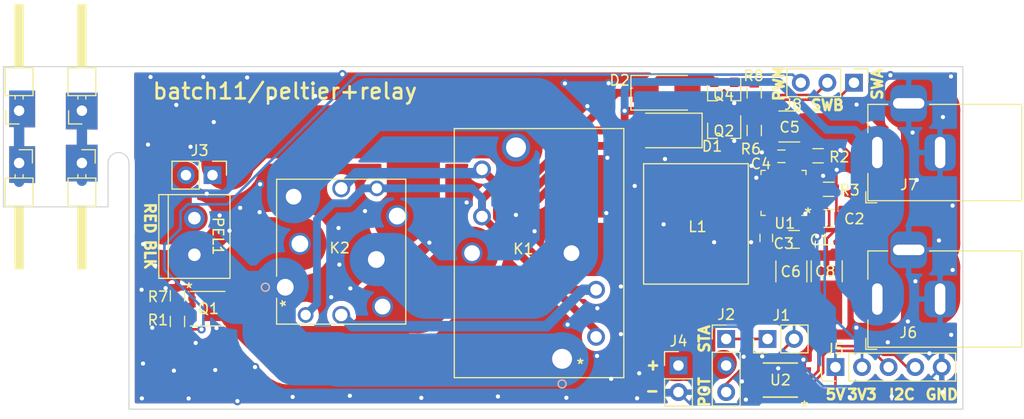
<source format=kicad_pcb>
(kicad_pcb (version 20171130) (host pcbnew "(5.1.6-0-10_14)")
  (layers (0 F.Cu signal) (31 B.Cu signal) (34 B.Paste user) (35 F.Paste user) (36 B.SilkS user) (37 F.SilkS user) (38 B.Mask user) (39 F.Mask user) (44 Edge.Cuts user))
  (net 0 "")
  (net 1 /PEL1)
  (net 2 12V)
  (net 3 /PEL3)
  (net 4 /PEL_BLK)
  (net 5 /PEL_RED)
  (net 6 "Net-(J1-Pad1)")
  (net 7 REG_OUT)
  (net 8 /POT_RES_A)
  (net 9 GND)
  (net 10 I2C_SDA)
  (net 11 I2C_SCL)
  (net 12 5V)
  (net 13 /PEL2)
  (net 14 "Net-(Q1-Pad4)")
  (net 15 "Net-(Q2-Pad1)")
  (net 16 "Net-(Q4-Pad1)")
  (net 17 PEL_PWM)
  (net 18 PEL_SWA)
  (net 19 PEL_SWB)
  (net 20 "Net-(R2-Pad2)")
  (net 21 "Net-(C3-Pad1)")
  (net 22 "Net-(C2-Pad1)")
  (net 23 /con1)
  (net 24 /con2)
  (net 25 "Net-(J3-Pad2)")
  (net 26 REG_LX)
  (net 27 REG_FB)
  (net 28 REG_EN)
  (net 29 "Net-(U1-Pad1)")
  (net 30 "Net-(U2-Pad7)")
  (module Pin_Headers:Pin_Header_Straight_1x05_Pitch2.54mm (layer F.Cu) (at 166 110.5 90)
    (fp_text reference J5 (at 1.72 -0.05 180) (layer F.SilkS))
    (fp_text value Conn_01x05_Male)
    (pad 5 thru_hole oval (at 0 10.16 90) (size 1.7 1.7) (drill 1) (layers *.Cu *.Mask) (net 9 GND))
    (pad 4 thru_hole oval (at 0 7.62 90) (size 1.7 1.7) (drill 1) (layers *.Cu *.Mask) (net 10 I2C_SDA))
    (pad 3 thru_hole oval (at 0 5.08 90) (size 1.7 1.7) (drill 1) (layers *.Cu *.Mask) (net 11 I2C_SCL))
    (pad 2 thru_hole oval (at 0 2.54 90) (size 1.7 1.7) (drill 1) (layers *.Cu *.Mask) (net 28 REG_EN))
    (pad 1 thru_hole rect (at 0 0 90) (size 1.7 1.7) (drill 1) (layers *.Cu *.Mask) (net 12 5V))
  )
  (module Diodes_SMD:D_SMA (layer F.Cu) (at 149.86 87.89 180)
    (fp_text reference D1 (at -4.35 -1.51) (layer F.SilkS))
    (fp_text value DIODE)
    (pad 1 smd rect (at -2 0 180) (size 2.5 1.8) (layers F.Cu F.Paste F.Mask) (net 1 /PEL1))
    (pad 2 smd rect (at 2 0 180) (size 2.5 1.8) (layers F.Cu F.Paste F.Mask) (net 2 12V))
  )
  (module Diodes_SMD:D_SMA (layer F.Cu) (at 149.86 84.29)
    (fp_text reference D2 (at -4.48 -1.19) (layer F.SilkS))
    (fp_text value DIODE)
    (pad 2 smd rect (at 2 0) (size 2.5 1.8) (layers F.Cu F.Paste F.Mask) (net 2 12V))
    (pad 1 smd rect (at -2 0) (size 2.5 1.8) (layers F.Cu F.Paste F.Mask) (net 3 /PEL3))
  )
  (module Ninja-qPCR:TB_SeeedOPL_320110028 (layer F.Cu) (at 104.75 96.27 270)
    (fp_text reference PEL1 (at 1.71 -2.25 270 unlocked) (layer F.SilkS))
    (fp_text value Screw_Terminal_01x02)
    (pad 2 thru_hole circle (at 3.5 0 270) (size 2 2) (drill 1.2) (layers *.Cu *.Mask) (net 4 /PEL_BLK))
    (pad 1 thru_hole circle (at 0 0 270) (size 2 2) (drill 1.2) (layers *.Cu *.Mask) (net 25 "Net-(J3-Pad2)"))
  )
  (module Pin_Headers:Pin_Header_Straight_1x02_Pitch2.54mm (layer F.Cu) (at 159.51 107.81 90)
    (fp_text reference J1 (at 2.26 1.33 180) (layer F.SilkS))
    (fp_text value Conn_01x02_Female)
    (pad 2 thru_hole oval (at 0 2.54 90) (size 1.7 1.7) (drill 1) (layers *.Cu *.Mask) (net 27 REG_FB))
    (pad 1 thru_hole rect (at 0 0 90) (size 1.7 1.7) (drill 1) (layers *.Cu *.Mask) (net 6 "Net-(J1-Pad1)"))
  )
  (module Pin_Headers:Pin_Header_Straight_1x03_Pitch2.54mm (layer F.Cu) (at 155.56 107.81)
    (fp_text reference J2 (at 0 -2.33) (layer F.SilkS))
    (fp_text value Conn_01x03_Male)
    (pad 3 thru_hole oval (at 0 5.08) (size 1.7 1.7) (drill 1) (layers *.Cu *.Mask) (net 8 /POT_RES_A))
    (pad 2 thru_hole oval (at 0 2.54) (size 1.7 1.7) (drill 1) (layers *.Cu *.Mask) (net 7 REG_OUT))
    (pad 1 thru_hole rect (at 0 0) (size 1.7 1.7) (drill 1) (layers *.Cu *.Mask) (net 6 "Net-(J1-Pad1)"))
  )
  (module Connector_BarrelJack:BarrelJack_Horizontal (layer F.Cu) (at 170 104 180)
    (fp_text reference J6 (at -2.96 -3.21) (layer F.SilkS))
    (fp_text value Barrel_Jack_Switch)
    (pad 1 thru_hole rect (at 0 0 180) (size 3.5 3.5) (drill oval 1 3) (layers *.Cu *.Mask) (net 2 12V))
    (pad 2 thru_hole roundrect (at -6 0 180) (size 3 3.5) (drill oval 1 3) (layers *.Cu *.Mask) (net 9 GND))
    (pad 3 thru_hole roundrect (at -3 4.7 180) (size 3.5 3.5) (drill oval 3 1) (layers *.Cu *.Mask) (net 9 GND))
  )
  (module Connector_BarrelJack:BarrelJack_Horizontal (layer F.Cu) (at 170 90 180)
    (fp_text reference J7 (at -3.03 -3.08) (layer F.SilkS))
    (fp_text value Barrel_Jack_Switch)
    (pad 3 thru_hole roundrect (at -3 4.7 180) (size 3.5 3.5) (drill oval 3 1) (layers *.Cu *.Mask) (net 9 GND))
    (pad 2 thru_hole roundrect (at -6 0 180) (size 3 3.5) (drill oval 1 3) (layers *.Cu *.Mask) (net 9 GND))
    (pad 1 thru_hole rect (at 0 0 180) (size 3.5 3.5) (drill oval 1 3) (layers *.Cu *.Mask) (net 2 12V))
  )
  (module Ninja-qPCR:EP2-3L3SAb (layer F.Cu) (at 139.88 109.71 90)
    (fp_text reference K1 (at 10.5 -3.7) (layer F.SilkS))
    (fp_text value EP2-3L3SAb hide)
    (fp_text user * (at -0.55 1.75) (layer F.SilkS))
    (pad 1 thru_hole circle (at 0 0 180) (size 2.7 2.7) (drill 1.9) (layers *.Cu *.Mask) (net 4 /PEL_BLK))
    (pad 2 thru_hole circle (at 2.1 3.25 180) (size 1.7 1.7) (drill 1.1) (layers *.Cu *.Mask) (net 2 12V))
    (pad 3 thru_hole circle (at 6.6 3.25 180) (size 1.7 1.7) (drill 1.1) (layers *.Cu *.Mask) (net 1 /PEL1))
    (pad 4 thru_hole circle (at 10.1 0.9 180) (size 2 2) (drill 1.5) (layers *.Cu *.Mask) (net 7 REG_OUT))
    (pad 8 thru_hole circle (at 20.2 -4.4 180) (size 2.7 2.7) (drill 1.9) (layers *.Cu *.Mask) (net 5 /PEL_RED))
    (pad 7 thru_hole circle (at 18.1 -7.65 180) (size 1.7 1.7) (drill 1.1) (layers *.Cu *.Mask) (net 3 /PEL3))
    (pad 6 thru_hole circle (at 13.6 -7.65 180) (size 1.7 1.7) (drill 1.1) (layers *.Cu *.Mask) (net 2 12V))
    (pad 5 thru_hole circle (at 10.1 -8.6 180) (size 2 2) (drill 1.5) (layers *.Cu *.Mask) (net 13 /PEL2))
  )
  (module Ninja-qPCR:EX2-2U1S (layer F.Cu) (at 113.43 102.87 90)
    (fp_text reference K2 (at 3.75 5.2 180) (layer F.SilkS))
    (fp_text value EX2-2U1S hide)
    (fp_text user * (at -1.55 0.1 90) (layer F.SilkS))
    (pad 10 thru_hole circle (at 4.15 1.4 90) (size 2.1082 2.1082) (drill 1.6002) (layers *.Cu *.Mask) (net 13 /PEL2))
    (pad 9 thru_hole circle (at 8.65 0.8 90) (size 2.0066 2.0066) (drill 1.4986) (layers *.Cu *.Mask) (net 7 REG_OUT))
    (pad 8 thru_hole circle (at 9.45 5.35 90) (size 1.7018 1.7018) (drill 1.1938) (layers *.Cu *.Mask) (net 3 /PEL3))
    (pad 7 thru_hole circle (at 9.45 8.75 90) (size 1.4986 1.4986) (drill 0.9906) (layers *.Cu *.Mask) (net 2 12V))
    (pad 6 thru_hole circle (at 6.8 10.7 90) (size 2.1082 2.1082) (drill 1.6002) (layers *.Cu *.Mask) (net 5 /PEL_RED))
    (pad 5 thru_hole circle (at 2.65 8.7 90) (size 2.1082 2.1082) (drill 1.6002) (layers *.Cu *.Mask) (net 7 REG_OUT))
    (pad 4 thru_hole circle (at -1.85 9.3 90) (size 2.0066 2.0066) (drill 1.4986) (layers *.Cu *.Mask) (net 13 /PEL2))
    (pad 3 thru_hole circle (at -2.65 5.35 90) (size 1.7018 1.7018) (drill 1.1938) (layers *.Cu *.Mask) (net 1 /PEL1))
    (pad 2 thru_hole circle (at -2.65 1.95 90) (size 1.4986 1.4986) (drill 0.9906) (layers *.Cu *.Mask) (net 2 12V))
    (pad 1 thru_hole circle (at 0 0 90) (size 2.1082 2.1082) (drill 1.6002) (layers *.Cu *.Mask) (net 4 /PEL_BLK))
  )
  (module Ninja-qPCR:104CDMCCDS-2R2MC (layer F.Cu) (at 152.67 96.82 270)
    (fp_text reference L1 (at 0.27 -0.15 180) (layer F.SilkS))
    (fp_text value 3.3uH hide)
    (pad 1 smd rect (at -4.75 0 270) (size 4.1 4.1) (layers F.Cu F.Paste F.Mask) (net 26 REG_LX))
    (pad 2 smd rect (at 4.75 0 270) (size 4.1 4.1) (layers F.Cu F.Paste F.Mask) (net 7 REG_OUT))
  )
  (module Ninja-qPCR:8-PowerVDFN (layer F.Cu) (at 106.02 104.92)
    (fp_text reference Q1 (at 0.08 0) (layer F.SilkS))
    (fp_text value 8-PowerVDFN-N hide)
    (fp_poly (pts (xy 1.31 1.185) (xy -0.4 1.185) (xy -0.4 -1.185) (xy 1.31 -1.185)) (layer F.Cu) (width 0))
    (fp_text user * (at -1.79 -1.92) (layer F.SilkS))
    (pad 1 smd rect (at -1.5 -0.975) (size 0.7 0.42) (layers F.Cu F.Paste F.Mask) (net 9 GND))
    (pad 2 smd rect (at -1.5 -0.325) (size 0.7 0.42) (layers F.Cu F.Paste F.Mask) (net 9 GND))
    (pad 3 smd rect (at -1.5 0.325) (size 0.7 0.42) (layers F.Cu F.Paste F.Mask) (net 9 GND))
    (pad 4 smd rect (at -1.5 0.975) (size 0.7 0.42) (layers F.Cu F.Paste F.Mask) (net 14 "Net-(Q1-Pad4)"))
    (pad 5 smd rect (at 1.58 0.975) (size 0.54 0.42) (layers F.Cu F.Paste F.Mask) (net 13 /PEL2))
    (pad 6 smd rect (at 1.58 0.325) (size 0.54 0.42) (layers F.Cu F.Paste F.Mask) (net 13 /PEL2))
    (pad 7 smd rect (at 1.58 -0.325) (size 0.54 0.42) (layers F.Cu F.Paste F.Mask) (net 13 /PEL2))
    (pad 8 smd rect (at 1.58 -0.975) (size 0.54 0.42) (layers F.Cu F.Paste F.Mask) (net 13 /PEL2))
  )
  (module TO_SOT_Packages_SMD:SOT-23 (layer F.Cu) (at 155.37 87.89 270)
    (fp_text reference Q2 (at 0.05 0.03 180) (layer F.SilkS))
    (fp_text value Q_NPN_BCE)
    (pad 1 smd rect (at -1 -0.95 270) (size 0.9 0.8) (layers F.Cu F.Paste F.Mask) (net 15 "Net-(Q2-Pad1)"))
    (pad 2 smd rect (at -1 0.95 270) (size 0.9 0.8) (layers F.Cu F.Paste F.Mask) (net 1 /PEL1))
    (pad 3 smd rect (at 1 0 270) (size 0.9 0.8) (layers F.Cu F.Paste F.Mask) (net 9 GND))
  )
  (module TO_SOT_Packages_SMD:SOT-23 (layer F.Cu) (at 155.37 84.29 270)
    (fp_text reference Q4 (at 0.2 0.05 180) (layer F.SilkS))
    (fp_text value Q_NPN_BCE)
    (pad 3 smd rect (at 1 0 270) (size 0.9 0.8) (layers F.Cu F.Paste F.Mask) (net 9 GND))
    (pad 2 smd rect (at -1 0.95 270) (size 0.9 0.8) (layers F.Cu F.Paste F.Mask) (net 3 /PEL3))
    (pad 1 smd rect (at -1 -0.95 270) (size 0.9 0.8) (layers F.Cu F.Paste F.Mask) (net 16 "Net-(Q4-Pad1)"))
  )
  (module Ninja-qPCR:AOZ2264QI-19 (layer F.Cu) (at 161.04 93.86 180)
    (fp_text reference U1 (at -0.12 -2.9) (layer F.SilkS))
    (fp_text value AOZ2264QI-19)
    (fp_poly (pts (xy 1.34 1.72) (xy 0.39 1.72) (xy 0.39 -1.38) (xy 1.34 -1.38)) (layer F.Cu) (width 0))
    (fp_poly (pts (xy 0 1.72) (xy -1.34 1.72) (xy -1.34 -1.38) (xy 0 -1.38)) (layer F.Cu) (width 0))
    (fp_text user * (at -2.34 -1.98) (layer F.SilkS))
    (pad 1 smd rect (at -1.82 -1.25 270) (size 0.25 0.45) (layers F.Cu F.Paste F.Mask) (net 29 "Net-(U1-Pad1)"))
    (pad 2 smd rect (at -1.82 -0.75 270) (size 0.25 0.45) (layers F.Cu F.Paste F.Mask) (net 28 REG_EN))
    (pad 3 smd rect (at -1.82 -0.25 270) (size 0.25 0.45) (layers F.Cu F.Paste F.Mask) (net 12 5V))
    (pad 4 smd rect (at -1.82 0.25 270) (size 0.25 0.45) (layers F.Cu F.Paste F.Mask) (net 9 GND))
    (pad 5 smd rect (at -1.82 0.75 270) (size 0.25 0.45) (layers F.Cu F.Paste F.Mask) (net 27 REG_FB))
    (pad 6 smd rect (at -1.82 1.25 270) (size 0.25 0.45) (layers F.Cu F.Paste F.Mask) (net 20 "Net-(R2-Pad2)"))
    (pad 7 smd rect (at -1.25 1.82 180) (size 0.25 0.45) (layers F.Cu F.Paste F.Mask) (net 2 12V))
    (pad 8 smd rect (at -0.75 1.82 180) (size 0.25 0.45) (layers F.Cu F.Paste F.Mask) (net 2 12V))
    (pad 9 smd rect (at -0.25 1.82 180) (size 0.25 0.45) (layers F.Cu F.Paste F.Mask) (net 2 12V))
    (pad 10 smd rect (at 0.75 1.82 180) (size 0.25 0.45) (layers F.Cu F.Paste F.Mask) (net 26 REG_LX))
    (pad 11 smd rect (at 1.25 1.82 180) (size 0.25 0.45) (layers F.Cu F.Paste F.Mask) (net 26 REG_LX))
    (pad 12 smd rect (at 1.82 1.25 270) (size 0.25 0.45) (layers F.Cu F.Paste F.Mask) (net 9 GND))
    (pad 13 smd rect (at 1.82 0.75 270) (size 0.25 0.45) (layers F.Cu F.Paste F.Mask) (net 9 GND))
    (pad 14 smd rect (at 1.82 0.25 270) (size 0.25 0.45) (layers F.Cu F.Paste F.Mask) (net 9 GND))
    (pad 15 smd rect (at 1.82 -0.25 270) (size 0.25 0.45) (layers F.Cu F.Paste F.Mask) (net 9 GND))
    (pad 16 smd rect (at 1.82 -0.75 270) (size 0.25 0.45) (layers F.Cu F.Paste F.Mask) (net 26 REG_LX))
    (pad 17 smd rect (at 1.82 -1.25 270) (size 0.25 0.45) (layers F.Cu F.Paste F.Mask) (net 26 REG_LX))
    (pad 18 smd rect (at 1.25 -1.82 180) (size 0.25 0.45) (layers F.Cu F.Paste F.Mask) (net 26 REG_LX))
    (pad 19 smd rect (at 0.75 -1.82 180) (size 0.25 0.45) (layers F.Cu F.Paste F.Mask) (net 9 GND))
    (pad 20 smd rect (at 0.25 -1.82 180) (size 0.25 0.45) (layers F.Cu F.Paste F.Mask) (net 21 "Net-(C3-Pad1)"))
    (pad 21 smd rect (at -0.25 -1.82 180) (size 0.25 0.45) (layers F.Cu F.Paste F.Mask) (net 12 5V))
    (pad 22 smd rect (at -0.75 -1.82 180) (size 0.25 0.45) (layers F.Cu F.Paste F.Mask) (net 2 12V))
    (pad 23 smd rect (at -1.25 -1.82 180) (size 0.25 0.45) (layers F.Cu F.Paste F.Mask) (net 22 "Net-(C2-Pad1)"))
  )
  (module Ninja-qPCR:MCP4551T-502E&slash_MS (layer F.Cu) (at 160.74 111.74 180)
    (fp_text reference U2 (at 0 0) (layer F.SilkS))
    (fp_text value MCP4551T-104 hide)
    (fp_text user * (at -2.2976 -2.5752) (layer F.SilkS))
    (fp_text user * (at -2.2976 -2.5752) (layer F.SilkS))
    (pad 8 smd rect (at 2.2 -1 180) (size 1.45 0.45) (layers F.Cu F.Paste F.Mask) (net 12 5V))
    (pad 7 smd rect (at 2.2 -0.325 180) (size 1.45 0.4) (layers F.Cu F.Paste F.Mask) (net 30 "Net-(U2-Pad7)"))
    (pad 6 smd rect (at 2.2 0.325 180) (size 1.45 0.4) (layers F.Cu F.Paste F.Mask) (net 27 REG_FB))
    (pad 5 smd rect (at 2.2 1 180) (size 1.45 0.45) (layers F.Cu F.Paste F.Mask) (net 8 /POT_RES_A))
    (pad 4 smd rect (at -2.2 1 180) (size 1.45 0.45) (layers F.Cu F.Paste F.Mask) (net 9 GND))
    (pad 3 smd rect (at -2.2 0.325 180) (size 1.45 0.4) (layers F.Cu F.Paste F.Mask) (net 10 I2C_SDA))
    (pad 2 smd rect (at -2.2 -0.325 180) (size 1.45 0.4) (layers F.Cu F.Paste F.Mask) (net 11 I2C_SCL))
    (pad 1 smd rect (at -2.2 -1 180) (size 1.45 0.45) (layers F.Cu F.Paste F.Mask) (net 9 GND))
  )
  (module Pin_Headers:Pin_Header_Straight_1x02_Pitch2.54mm (layer F.Cu) (at 151 110.35)
    (fp_text reference J4 (at 0 -2.33) (layer F.SilkS))
    (fp_text value Conn_01x02_Female)
    (pad 2 thru_hole oval (at 0 2.54) (size 1.7 1.7) (drill 1) (layers *.Cu *.Mask) (net 9 GND))
    (pad 1 thru_hole rect (at 0 0) (size 1.7 1.7) (drill 1) (layers *.Cu *.Mask) (net 7 REG_OUT))
  )
  (module Pin_Headers:Pin_Header_Straight_1x03_Pitch2.54mm (layer F.Cu) (at 167.77001 83.330008 270)
    (fp_text reference J8 (at 2.089992 5.82001 180) (layer F.SilkS))
    (fp_text value Conn_01x03_Male)
    (pad 3 thru_hole oval (at 0 5.08 270) (size 1.7 1.7) (drill 1) (layers *.Cu *.Mask) (net 17 PEL_PWM))
    (pad 2 thru_hole oval (at 0 2.54 270) (size 1.7 1.7) (drill 1) (layers *.Cu *.Mask) (net 19 PEL_SWB))
    (pad 1 thru_hole rect (at 0 0 270) (size 1.7 1.7) (drill 1) (layers *.Cu *.Mask) (net 18 PEL_SWA))
  )
  (module Pin_Headers:Pin_Header_Angled_1x01_Pitch2.54mm (layer F.Cu) (at 88 91 270)
    (fp_text reference J9 hide)
    (fp_text value Conn_01x01_Male)
    (pad 1 thru_hole rect (at 0 0 270) (size 1.7 1.7) (drill 1) (layers *.Cu *.Mask) (net 23 /con1))
  )
  (module Pin_Headers:Pin_Header_Angled_1x01_Pitch2.54mm (layer F.Cu) (at 94 86 90)
    (fp_text reference J10 hide)
    (fp_text value Conn_01x01_Male)
    (pad 1 thru_hole rect (at 0 0 90) (size 1.7 1.7) (drill 1) (layers *.Cu *.Mask) (net 24 /con2))
  )
  (module Pin_Headers:Pin_Header_Angled_1x01_Pitch2.54mm (layer F.Cu) (at 88 86 90)
    (fp_text reference J11 hide)
    (fp_text value Conn_01x01_Male)
    (pad 1 thru_hole rect (at 0 0 90) (size 1.7 1.7) (drill 1) (layers *.Cu *.Mask) (net 23 /con1))
  )
  (module Pin_Headers:Pin_Header_Angled_1x01_Pitch2.54mm (layer F.Cu) (at 94 91 270)
    (fp_text reference J12 hide)
    (fp_text value Conn_01x01_Male)
    (pad 1 thru_hole rect (at 0 0 270) (size 1.7 1.7) (drill 1) (layers *.Cu *.Mask) (net 24 /con2))
  )
  (module Capacitors_SMD:C_0805 (layer F.Cu) (at 162.05 98.3)
    (fp_text reference C1 (at 2.46 0.06) (layer F.SilkS))
    (fp_text value 10uF)
    (pad 2 smd rect (at 1 0) (size 1 1.25) (layers F.Cu F.Paste F.Mask) (net 9 GND))
    (pad 1 smd rect (at -1 0) (size 1 1.25) (layers F.Cu F.Paste F.Mask) (net 12 5V))
  )
  (module Capacitors_SMD:C_0805 (layer F.Cu) (at 165.4 96.3)
    (fp_text reference C2 (at 2.4 0.04) (layer F.SilkS))
    (fp_text value 10uF)
    (pad 1 smd rect (at -1 0) (size 1 1.25) (layers F.Cu F.Paste F.Mask) (net 22 "Net-(C2-Pad1)"))
    (pad 2 smd rect (at 1 0) (size 1 1.25) (layers F.Cu F.Paste F.Mask) (net 9 GND))
  )
  (module Capacitors_SMD:C_0603 (layer F.Cu) (at 159.39 98.16 90)
    (fp_text reference C3 (at -0.54 1.67 180) (layer F.SilkS))
    (fp_text value 0.1uF)
    (pad 1 smd rect (at -0.75 0 90) (size 0.8 0.75) (layers F.Cu F.Paste F.Mask) (net 21 "Net-(C3-Pad1)"))
    (pad 2 smd rect (at 0.75 0 90) (size 0.8 0.75) (layers F.Cu F.Paste F.Mask) (net 26 REG_LX))
  )
  (module Capacitors_SMD:C_0603 (layer F.Cu) (at 160.84 90.36 180)
    (fp_text reference C4 (at 1.96 -0.72) (layer F.SilkS))
    (fp_text value 1uF)
    (pad 2 smd rect (at 0.75 0 180) (size 0.8 0.75) (layers F.Cu F.Paste F.Mask) (net 9 GND))
    (pad 1 smd rect (at -0.75 0 180) (size 0.8 0.75) (layers F.Cu F.Paste F.Mask) (net 2 12V))
  )
  (module Capacitors_SMD:C_1210 (layer F.Cu) (at 161.59 87.51 180)
    (fp_text reference C5 (at -0.03 -0.07) (layer F.SilkS))
    (fp_text value 22uF)
    (pad 2 smd rect (at 1.5 0 180) (size 1 2.5) (layers F.Cu F.Paste F.Mask) (net 9 GND))
    (pad 1 smd rect (at -1.5 0 180) (size 1 2.5) (layers F.Cu F.Paste F.Mask) (net 2 12V))
  )
  (module Capacitors_SMD:C_1210 (layer F.Cu) (at 161.79 101.36 90)
    (fp_text reference C6 (at -0.02 -0.06 180) (layer F.SilkS))
    (fp_text value 0.1uF)
    (pad 1 smd rect (at -1.5 0 90) (size 1 2.5) (layers F.Cu F.Paste F.Mask) (net 7 REG_OUT))
    (pad 2 smd rect (at 1.5 0 90) (size 1 2.5) (layers F.Cu F.Paste F.Mask) (net 9 GND))
  )
  (module Capacitors_SMD:C_1210 (layer F.Cu) (at 165.165001 101.344999 90)
    (fp_text reference C8 (at -0.015001 -0.145001 180) (layer F.SilkS))
    (fp_text value 1uF)
    (pad 2 smd rect (at 1.5 0 90) (size 1 2.5) (layers F.Cu F.Paste F.Mask) (net 9 GND))
    (pad 1 smd rect (at -1.5 0 90) (size 1 2.5) (layers F.Cu F.Paste F.Mask) (net 7 REG_OUT))
  )
  (module Resistors_SMD:R_0603 (layer F.Cu) (at 103.13 106.14 270)
    (fp_text reference R1 (at -0.14 1.87 180) (layer F.SilkS))
    (fp_text value 150)
    (pad 2 smd rect (at 0.75 0 270) (size 0.5 0.9) (layers F.Cu F.Paste F.Mask) (net 17 PEL_PWM))
    (pad 1 smd rect (at -0.75 0 270) (size 0.5 0.9) (layers F.Cu F.Paste F.Mask) (net 14 "Net-(Q1-Pad4)"))
  )
  (module Resistors_SMD:R_0603 (layer F.Cu) (at 164.34 90.31)
    (fp_text reference R2 (at 2.03 0.12) (layer F.SilkS))
    (fp_text value 60k)
    (pad 2 smd rect (at 0.75 0) (size 0.5 0.9) (layers F.Cu F.Paste F.Mask) (net 20 "Net-(R2-Pad2)"))
    (pad 1 smd rect (at -0.75 0) (size 0.5 0.9) (layers F.Cu F.Paste F.Mask) (net 2 12V))
  )
  (module Resistors_SMD:R_0603 (layer F.Cu) (at 165.34 93.51)
    (fp_text reference R3 (at 2.01 0.08) (layer F.SilkS))
    (fp_text value 5k)
    (pad 1 smd rect (at -0.75 0) (size 0.5 0.9) (layers F.Cu F.Paste F.Mask) (net 27 REG_FB))
    (pad 2 smd rect (at 0.75 0) (size 0.5 0.9) (layers F.Cu F.Paste F.Mask) (net 9 GND))
  )
  (module Resistors_SMD:R_0603 (layer F.Cu) (at 158.24 87.89 90)
    (fp_text reference R6 (at -1.77 -0.33 180) (layer F.SilkS))
    (fp_text value 10k)
    (pad 1 smd rect (at -0.75 0 90) (size 0.5 0.9) (layers F.Cu F.Paste F.Mask) (net 15 "Net-(Q2-Pad1)"))
    (pad 2 smd rect (at 0.75 0 90) (size 0.5 0.9) (layers F.Cu F.Paste F.Mask) (net 18 PEL_SWA))
  )
  (module Resistors_SMD:R_0603 (layer F.Cu) (at 103.13 103.69 270)
    (fp_text reference R7 (at 0.09 1.87 180) (layer F.SilkS))
    (fp_text value 47k)
    (pad 2 smd rect (at 0.75 0 270) (size 0.5 0.9) (layers F.Cu F.Paste F.Mask) (net 14 "Net-(Q1-Pad4)"))
    (pad 1 smd rect (at -0.75 0 270) (size 0.5 0.9) (layers F.Cu F.Paste F.Mask) (net 9 GND))
  )
  (module Resistors_SMD:R_0603 (layer F.Cu) (at 158.24 84.29 90)
    (fp_text reference R8 (at 1.63 -0.06 180) (layer F.SilkS))
    (fp_text value 10k)
    (pad 1 smd rect (at -0.75 0 90) (size 0.5 0.9) (layers F.Cu F.Paste F.Mask) (net 19 PEL_SWB))
    (pad 2 smd rect (at 0.75 0 90) (size 0.5 0.9) (layers F.Cu F.Paste F.Mask) (net 16 "Net-(Q4-Pad1)"))
  )
  (module Pin_Headers:Pin_Header_Straight_1x02_Pitch2.54mm (layer F.Cu) (at 106.48 92.16 270)
    (fp_text reference J3 (at -2.35 1.23 180) (layer F.SilkS))
    (fp_text value Conn_01x02_Female)
    (pad 2 thru_hole oval (at 0 2.54 270) (size 1.7 1.7) (drill 1) (layers *.Cu *.Mask) (net 25 "Net-(J3-Pad2)"))
    (pad 1 thru_hole rect (at 0 0 270) (size 1.7 1.7) (drill 1) (layers *.Cu *.Mask) (net 5 /PEL_RED))
  )
  (gr_text batch11/peltier+relay (at 113.4 84.14) (layer F.SilkS) (effects (font (size 1.5 1.5) (thickness 0.25))))
  (gr_poly (pts (xy 161.5 88.17) (xy 160.58 88.76) (xy 160.43 89.77) (xy 160.43 90.76) (xy 159.44 91.29) (xy 159.44 94.24) (xy 159.06 94.24) (xy 159.01 94.19) (xy 155.71 90.03) (xy 155.25 89.34) (xy 153.5 89.34) (xy 153.5 87.84) (xy 156.36 87.84) (xy 157.3 88.77) (xy 157.66 89.69) (xy 159.07 89.44) (xy 159.07 86.38) (xy 159.7 85.56) (xy 161.52 85.56)) (layer F.Cu) (width 0))
  (gr_text - (at 148.5 112.89 180) (layer F.SilkS) (effects (font (size 1 1) (thickness 0.25))))
  (gr_text + (at 148.5 110.35 90) (layer F.SilkS) (effects (font (size 1 1) (thickness 0.25))))
  (gr_text BLK (at 100.5 99.77 270) (layer F.SilkS) (effects (font (size 1 1) (thickness 0.25))))
  (gr_text RED (at 100.5 96.27 270) (layer F.SilkS) (effects (font (size 1 1) (thickness 0.25))))
  (gr_line (start 178.171 114.52) (end 98.5 114.52) (layer Edge.Cuts) (width 0.1))
  (gr_line (start 86.5 81.79) (end 178.171 81.79) (layer Edge.Cuts) (width 0.1))
  (gr_text SWA (at 170 83.46 90) (layer F.SilkS) (effects (font (size 1 1) (thickness 0.25))))
  (gr_text SWB (at 165.23001 85.48) (layer F.SilkS) (effects (font (size 1 1) (thickness 0.25))))
  (gr_text PWM (at 160.6 83.41 90) (layer F.SilkS) (effects (font (size 1 1) (thickness 0.25))))
  (gr_poly (pts (xy 160.54 102.22) (xy 166.64 102.23) (xy 166.64 106.4) (xy 150.52 106.4) (xy 150.52 99.37) (xy 158.52 99.37)) (layer F.Cu) (width 0))
  (gr_poly (pts (xy 158.83 94.48) (xy 159.89 94.48) (xy 159.9 95.05) (xy 159.91 95.45) (xy 159.71 95.58) (xy 159.73 97.82) (xy 150.52 97.82) (xy 150.51 89.86) (xy 154.85 89.86)) (layer F.Cu) (width 0))
  (gr_poly (pts (xy 163.86 90.74) (xy 162.41 92.14) (xy 161.04 92.14) (xy 160.69 91.08) (xy 160.69 90.24) (xy 163.86 89.81)) (layer F.Cu) (width 0.1))
  (gr_text STA (at 153.48 107.81 90) (layer F.SilkS) (effects (font (size 1 1) (thickness 0.25))))
  (gr_text POT (at 153.48 112.89 90) (layer F.SilkS) (effects (font (size 1 1) (thickness 0.25))))
  (gr_text 5V (at 166 113.12) (layer F.SilkS) (effects (font (size 1 1) (thickness 0.25))))
  (gr_text 3V3 (at 168.54 113.12) (layer F.SilkS) (effects (font (size 1 1) (thickness 0.25))))
  (gr_text I2C (at 172.35 113.12) (layer F.SilkS) (effects (font (size 1 1) (thickness 0.25))))
  (gr_text GND (at 176.16 113.12) (layer F.SilkS) (effects (font (size 1 1) (thickness 0.25))))
  (gr_poly (pts (xy 95.5 87.81) (xy 92.47 87.78) (xy 92.47 84.29) (xy 95.5 84.29)) (layer F.Cu) (width 0))
  (gr_poly (pts (xy 95.5 87.81) (xy 92.47 87.78) (xy 92.47 84.29) (xy 95.5 84.29)) (layer B.Cu) (width 0))
  (gr_poly (pts (xy 95.5 92.78) (xy 92.47 92.75) (xy 92.47 89.26) (xy 95.5 89.26)) (layer B.Cu) (width 0))
  (gr_poly (pts (xy 95.5 92.78) (xy 92.47 92.75) (xy 92.47 89.26) (xy 95.5 89.26)) (layer F.Cu) (width 0))
  (gr_poly (pts (xy 89.53 92.92) (xy 87.06 92.89) (xy 87.06 89.4) (xy 89.53 89.4)) (layer F.Cu) (width 0))
  (gr_poly (pts (xy 89.53 92.92) (xy 87.06 92.89) (xy 87.06 89.4) (xy 89.53 89.4)) (layer B.Cu) (width 0))
  (gr_poly (pts (xy 89.53 87.59) (xy 87.06 87.56) (xy 87.06 84.07) (xy 89.53 84.07)) (layer B.Cu) (width 0))
  (gr_poly (pts (xy 89.53 87.6) (xy 87.06 87.57) (xy 87.06 84.08) (xy 89.53 84.08)) (layer F.Cu) (width 0))
  (gr_arc (start 97.5 91) (end 98.5 91) (angle -180) (layer Edge.Cuts) (width 0.1))
  (gr_line (start 96.5 95.19) (end 96.5 91) (layer Edge.Cuts) (width 0.1))
  (gr_line (start 86.5 95.19) (end 96.5 95.19) (layer Edge.Cuts) (width 0.1))
  (gr_line (start 86.5 95.19) (end 86.5 81.79) (layer Edge.Cuts) (width 0.1))
  (gr_line (start 98.5 114.52) (end 98.5 91) (layer Edge.Cuts) (width 0.1))
  (gr_line (start 178.171 81.79) (end 178.171 114.52) (layer Edge.Cuts) (width 0.1))
  (segment (start 141.862066 103.11) (end 143.13 103.11) (width 1) (layer B.Cu) (net 1))
  (segment (start 119.850011 106.590011) (end 138.382055 106.590011) (width 1) (layer B.Cu) (net 1))
  (segment (start 138.382055 106.590011) (end 141.862066 103.11) (width 1) (layer B.Cu) (net 1))
  (segment (start 118.78 105.52) (end 119.850011 106.590011) (width 1) (layer B.Cu) (net 1))
  (segment (start 152.86 86.89) (end 151.86 87.89) (width 1) (layer F.Cu) (net 1))
  (segment (start 154.42 86.89) (end 152.86 86.89) (width 1) (layer F.Cu) (net 1))
  (segment (start 150.384999 89.365001) (end 151.86 87.89) (width 0.75) (layer F.Cu) (net 1))
  (segment (start 142.71732 89.365001) (end 150.384999 89.365001) (width 0.75) (layer F.Cu) (net 1))
  (segment (start 137.557293 94.525029) (end 142.71732 89.365001) (width 0.75) (layer F.Cu) (net 1))
  (segment (start 133.655001 95.425999) (end 134.555971 94.525029) (width 0.75) (layer F.Cu) (net 1))
  (segment (start 133.655001 96.191485) (end 133.655001 95.425999) (width 0.75) (layer F.Cu) (net 1))
  (segment (start 134.555971 94.525029) (end 137.557293 94.525029) (width 0.75) (layer F.Cu) (net 1))
  (segment (start 140.573516 103.11) (end 133.655001 96.191485) (width 0.75) (layer F.Cu) (net 1))
  (segment (start 143.13 103.11) (end 140.573516 103.11) (width 0.75) (layer F.Cu) (net 1))
  (segment (start 167.51 87.51) (end 163.09 87.51) (width 2.54) (layer F.Cu) (net 2))
  (segment (start 170 90) (end 167.51 87.51) (width 2.54) (layer F.Cu) (net 2))
  (segment (start 161.960001 89.989999) (end 161.960001 90.36) (width 2.54) (layer F.Cu) (net 2))
  (segment (start 163.09 88.86) (end 161.960001 89.989999) (width 2.54) (layer F.Cu) (net 2))
  (segment (start 163.09 87.51) (end 163.09 88.86) (width 2.54) (layer F.Cu) (net 2))
  (segment (start 163.59 89.36) (end 163.09 88.86) (width 1) (layer F.Cu) (net 2))
  (segment (start 163.59 90.31) (end 163.59 89.36) (width 1) (layer F.Cu) (net 2))
  (segment (start 170 95.437602) (end 168.50999 96.927612) (width 5.08) (layer B.Cu) (net 2))
  (segment (start 170 104) (end 170 103.162398) (width 5.08) (layer B.Cu) (net 2))
  (segment (start 170 103.162398) (end 168.50999 101.672388) (width 5.08) (layer B.Cu) (net 2))
  (segment (start 168.50999 101.672388) (end 168.50999 96.927612) (width 5.08) (layer B.Cu) (net 2))
  (segment (start 170 90) (end 170 95.437602) (width 5.08) (layer B.Cu) (net 2))
  (segment (start 161.59 90.36) (end 161.960001 89.989999) (width 0.25) (layer F.Cu) (net 2))
  (segment (start 161.79 90.16) (end 161.960001 89.989999) (width 0.25) (layer F.Cu) (net 2))
  (segment (start 161.79 92.04) (end 161.79 90.16) (width 0.25) (layer F.Cu) (net 2))
  (segment (start 161.79 95.68) (end 161.79 92.04) (width 0.25) (layer F.Cu) (net 2))
  (segment (start 122.18 93.42) (end 131.28 93.42) (width 0.75) (layer B.Cu) (net 2))
  (segment (start 132.23 94.37) (end 132.23 96.11) (width 0.75) (layer B.Cu) (net 2))
  (segment (start 131.28 93.42) (end 132.23 94.37) (width 0.75) (layer B.Cu) (net 2))
  (segment (start 120.890334 93.42) (end 122.18 93.42) (width 0.75) (layer B.Cu) (net 2))
  (segment (start 119.464433 94.845901) (end 120.890334 93.42) (width 0.75) (layer B.Cu) (net 2))
  (segment (start 118.009388 94.845901) (end 119.464433 94.845901) (width 0.75) (layer B.Cu) (net 2))
  (segment (start 116.459101 96.396188) (end 118.009388 94.845901) (width 0.75) (layer B.Cu) (net 2))
  (segment (start 116.459101 104.440899) (end 116.459101 96.396188) (width 0.75) (layer B.Cu) (net 2))
  (segment (start 115.38 105.52) (end 116.459101 104.440899) (width 0.75) (layer B.Cu) (net 2))
  (segment (start 143.13 107.01) (end 143.13 107.61) (width 0.75) (layer F.Cu) (net 2))
  (segment (start 132.23 96.11) (end 143.13 107.01) (width 0.75) (layer F.Cu) (net 2))
  (via (at 145.86 86.01) (size 0.8) (drill 0.4) (layers F.Cu B.Cu) (net 2))
  (segment (start 145.86 87.89) (end 145.86 86.01) (width 0.75) (layer F.Cu) (net 2))
  (segment (start 151.86 84.29) (end 151.75 84.29) (width 0.75) (layer F.Cu) (net 2))
  (segment (start 145.86 87.89) (end 142.848804 87.89) (width 0.75) (layer F.Cu) (net 2))
  (segment (start 142.848804 87.89) (end 137.163786 93.575019) (width 0.75) (layer F.Cu) (net 2))
  (segment (start 137.163786 93.575019) (end 133.134981 93.575019) (width 0.75) (layer F.Cu) (net 2))
  (segment (start 132.23 94.48) (end 132.23 96.11) (width 0.75) (layer F.Cu) (net 2))
  (segment (start 133.134981 93.575019) (end 132.23 94.48) (width 0.75) (layer F.Cu) (net 2))
  (segment (start 161.29 92.04) (end 161.79 92.04) (width 0.25) (layer F.Cu) (net 2))
  (segment (start 161.79 92.04) (end 162.29 92.04) (width 0.25) (layer F.Cu) (net 2))
  (segment (start 150.14 86.01) (end 151.86 84.29) (width 0.75) (layer F.Cu) (net 2))
  (segment (start 145.86 86.01) (end 150.14 86.01) (width 0.75) (layer F.Cu) (net 2))
  (segment (start 147.86 87.89) (end 145.86 87.89) (width 0.75) (layer F.Cu) (net 2))
  (segment (start 145.86 83.954999) (end 145.86 86.01) (width 0.75) (layer B.Cu) (net 2))
  (segment (start 167.835 87.835) (end 165.166752 87.835) (width 0.75) (layer B.Cu) (net 2))
  (segment (start 160.586752 83.254999) (end 146.56 83.254999) (width 0.75) (layer B.Cu) (net 2))
  (segment (start 165.166752 87.835) (end 160.586752 83.254999) (width 0.75) (layer B.Cu) (net 2))
  (segment (start 146.56 83.254999) (end 145.86 83.954999) (width 0.75) (layer B.Cu) (net 2))
  (segment (start 170 90) (end 167.835 87.835) (width 0.75) (layer B.Cu) (net 2))
  (segment (start 131.869301 91.970699) (end 132.23 91.61) (width 1) (layer B.Cu) (net 3))
  (segment (start 120.229301 91.970699) (end 131.869301 91.970699) (width 1) (layer B.Cu) (net 3))
  (segment (start 118.78 93.42) (end 120.229301 91.970699) (width 1) (layer B.Cu) (net 3))
  (segment (start 153.944999 82.814999) (end 154.42 83.29) (width 0.75) (layer F.Cu) (net 3))
  (segment (start 149.335001 82.814999) (end 153.944999 82.814999) (width 0.75) (layer F.Cu) (net 3))
  (segment (start 147.86 84.29) (end 149.335001 82.814999) (width 0.75) (layer F.Cu) (net 3))
  (segment (start 136.770279 92.625009) (end 133.245009 92.625009) (width 0.75) (layer F.Cu) (net 3))
  (segment (start 145.105288 84.29) (end 136.770279 92.625009) (width 0.75) (layer F.Cu) (net 3))
  (segment (start 133.245009 92.625009) (end 132.23 91.61) (width 0.75) (layer F.Cu) (net 3))
  (segment (start 145.86 84.29) (end 145.105288 84.29) (width 0.75) (layer F.Cu) (net 3))
  (segment (start 145.86 84.29) (end 147.86 84.29) (width 0.75) (layer F.Cu) (net 3))
  (segment (start 111.890699 103.845135) (end 113.147917 102.587917) (width 5.08) (layer B.Cu) (net 4))
  (segment (start 114.405834 109.71) (end 111.890699 107.194865) (width 5.08) (layer B.Cu) (net 4))
  (segment (start 111.890699 107.194865) (end 111.890699 103.845135) (width 5.08) (layer B.Cu) (net 4))
  (segment (start 104.990001 100.010001) (end 104.75 100.010001) (width 5.08) (layer B.Cu) (net 4))
  (segment (start 108.825135 103.845135) (end 104.990001 100.010001) (width 5.08) (layer B.Cu) (net 4))
  (segment (start 111.890699 103.845135) (end 108.825135 103.845135) (width 5.08) (layer B.Cu) (net 4))
  (segment (start 118.387934 109.71) (end 118.507955 109.830021) (width 5.08) (layer B.Cu) (net 4))
  (segment (start 114.405834 109.71) (end 118.387934 109.71) (width 5.08) (layer B.Cu) (net 4))
  (segment (start 139.759979 109.830021) (end 139.88 109.71) (width 5.08) (layer B.Cu) (net 4))
  (segment (start 118.507955 109.830021) (end 139.759979 109.830021) (width 5.08) (layer B.Cu) (net 4))
  (segment (start 133.989999 88.019999) (end 130.506799 88.019999) (width 5.08) (layer F.Cu) (net 5))
  (segment (start 135.48 89.51) (end 133.989999 88.019999) (width 5.08) (layer F.Cu) (net 5))
  (segment (start 107.95001 90.63999) (end 107.95001 91.06) (width 5.08) (layer F.Cu) (net 5))
  (segment (start 110.570001 88.019999) (end 107.95001 90.63999) (width 5.08) (layer F.Cu) (net 5))
  (segment (start 125.669301 95.094865) (end 125.669301 88.259299) (width 5.08) (layer F.Cu) (net 5))
  (segment (start 125.669301 88.259299) (end 125.430001 88.019999) (width 5.08) (layer F.Cu) (net 5))
  (segment (start 125.430001 88.019999) (end 110.570001 88.019999) (width 5.08) (layer F.Cu) (net 5))
  (segment (start 124.412083 96.352083) (end 125.669301 95.094865) (width 5.08) (layer F.Cu) (net 5))
  (segment (start 130.506799 88.019999) (end 125.430001 88.019999) (width 5.08) (layer F.Cu) (net 5))
  (segment (start 155.56 107.81) (end 159.51 107.81) (width 0.25) (layer F.Cu) (net 6))
  (segment (start 161.805001 102.844999) (end 161.79 102.86) (width 0.25) (layer F.Cu) (net 7))
  (segment (start 165.165001 102.844999) (end 161.805001 102.844999) (width 0.25) (layer F.Cu) (net 7))
  (segment (start 153.96 102.86) (end 152.67 101.57) (width 0.25) (layer F.Cu) (net 7))
  (segment (start 161.79 102.86) (end 153.96 102.86) (width 0.25) (layer F.Cu) (net 7))
  (segment (start 154.384999 103.284999) (end 152.67 101.57) (width 0.25) (layer F.Cu) (net 7))
  (segment (start 154.384999 109.174999) (end 154.384999 103.284999) (width 0.25) (layer F.Cu) (net 7))
  (segment (start 155.56 110.35) (end 154.384999 109.174999) (width 0.25) (layer F.Cu) (net 7))
  (segment (start 123.770086 100.22) (end 122.13 100.22) (width 5.08) (layer B.Cu) (net 7))
  (segment (start 126.900087 103.350001) (end 123.770086 100.22) (width 5.08) (layer B.Cu) (net 7))
  (segment (start 137.039999 103.350001) (end 126.900087 103.350001) (width 5.08) (layer B.Cu) (net 7))
  (segment (start 140.78 99.61) (end 137.039999 103.350001) (width 5.08) (layer B.Cu) (net 7))
  (segment (start 140.78 88.756798) (end 140.78 99.61) (width 5.08) (layer B.Cu) (net 7))
  (segment (start 137.443201 85.419999) (end 140.78 88.756798) (width 5.08) (layer B.Cu) (net 7))
  (segment (start 114.23 92.655466) (end 121.465467 85.419999) (width 5.08) (layer B.Cu) (net 7))
  (segment (start 121.465467 85.419999) (end 137.443201 85.419999) (width 5.08) (layer B.Cu) (net 7))
  (segment (start 114.23 94.22) (end 114.23 92.655466) (width 5.08) (layer B.Cu) (net 7))
  (segment (start 155.56 110.35) (end 151 110.35) (width 0.25) (layer F.Cu) (net 7))
  (segment (start 152.67 101.57) (end 149.2 101.57) (width 5.08) (layer F.Cu) (net 7))
  (segment (start 146.890598 99.260598) (end 143.129402 99.260598) (width 5.08) (layer F.Cu) (net 7))
  (segment (start 149.2 101.57) (end 146.890598 99.260598) (width 5.08) (layer F.Cu) (net 7))
  (segment (start 150.729999 109.299999) (end 151 109.299999) (width 5.08) (layer F.Cu) (net 7))
  (segment (start 149.2 107.77) (end 150.729999 109.299999) (width 5.08) (layer F.Cu) (net 7))
  (segment (start 149.2 101.57) (end 149.2 107.77) (width 5.08) (layer F.Cu) (net 7))
  (segment (start 152.67 101.57) (end 151.969999 102.270001) (width 5.08) (layer F.Cu) (net 7))
  (segment (start 151.969999 102.270001) (end 151.969999 109.299999) (width 5.08) (layer F.Cu) (net 7))
  (segment (start 155.084316 110.35) (end 155.304315 110.130001) (width 2.54) (layer F.Cu) (net 7))
  (segment (start 151 110.35) (end 155.084316 110.35) (width 2.54) (layer F.Cu) (net 7))
  (segment (start 143.129402 99.260598) (end 141.129402 99.260598) (width 5.08) (layer F.Cu) (net 7))
  (segment (start 155.56 112.89) (end 155.56 112.13) (width 0.25) (layer F.Cu) (net 8))
  (segment (start 156.95 110.74) (end 158.54 110.74) (width 0.25) (layer F.Cu) (net 8))
  (segment (start 155.56 112.13) (end 156.95 110.74) (width 0.25) (layer F.Cu) (net 8))
  (segment (start 176 110.34) (end 176.16 110.5) (width 0.25) (layer B.Cu) (net 9))
  (segment (start 176 104) (end 176 110.34) (width 0.25) (layer B.Cu) (net 9))
  (segment (start 162.104998 112.74) (end 161.71 112.345002) (width 0.25) (layer F.Cu) (net 9))
  (segment (start 162.94 112.74) (end 162.104998 112.74) (width 0.25) (layer F.Cu) (net 9))
  (segment (start 161.71 110.995) (end 161.965 110.74) (width 0.25) (layer F.Cu) (net 9))
  (segment (start 161.965 110.74) (end 162.94 110.74) (width 0.25) (layer F.Cu) (net 9))
  (segment (start 161.71 112.345002) (end 161.71 110.995) (width 0.25) (layer F.Cu) (net 9))
  (via (at 162.94 109.79) (size 0.8) (drill 0.4) (layers F.Cu B.Cu) (net 9))
  (segment (start 162.94 110.74) (end 162.94 109.79) (width 0.25) (layer F.Cu) (net 9))
  (segment (start 174.984999 111.675001) (end 176.16 110.5) (width 0.25) (layer B.Cu) (net 9))
  (segment (start 161.805001 99.844999) (end 161.79 99.86) (width 0.25) (layer F.Cu) (net 9))
  (segment (start 165.165001 99.844999) (end 161.805001 99.844999) (width 0.25) (layer F.Cu) (net 9))
  (segment (start 175.38099 100.948988) (end 175.38099 104) (width 5.08) (layer F.Cu) (net 9))
  (segment (start 173.732002 99.3) (end 175.38099 100.948988) (width 5.08) (layer F.Cu) (net 9))
  (segment (start 173 99.3) (end 173.732002 99.3) (width 5.08) (layer F.Cu) (net 9))
  (segment (start 174.78 99.3) (end 173 99.3) (width 5.08) (layer F.Cu) (net 9))
  (segment (start 175.38099 85.93099) (end 175.38099 98.69901) (width 5.08) (layer F.Cu) (net 9))
  (segment (start 174.75 85.3) (end 175.38099 85.93099) (width 5.08) (layer F.Cu) (net 9))
  (segment (start 175.38099 98.69901) (end 174.78 99.3) (width 5.08) (layer F.Cu) (net 9))
  (segment (start 173 85.3) (end 174.75 85.3) (width 5.08) (layer F.Cu) (net 9))
  (segment (start 174.32999 112.33001) (end 174.984999 111.675001) (width 0.25) (layer B.Cu) (net 9))
  (segment (start 162.94 110.44641) (end 164.8236 112.33001) (width 0.25) (layer B.Cu) (net 9))
  (segment (start 164.8236 112.33001) (end 174.32999 112.33001) (width 0.25) (layer B.Cu) (net 9))
  (segment (start 162.94 109.79) (end 162.94 110.44641) (width 0.25) (layer B.Cu) (net 9))
  (segment (start 159.22 92.61) (end 159.22 93.11) (width 0.25) (layer F.Cu) (net 9))
  (segment (start 159.22 93.11) (end 159.22 93.61) (width 0.25) (layer F.Cu) (net 9))
  (segment (start 159.22 93.61) (end 159.22 94.11) (width 0.25) (layer F.Cu) (net 9))
  (segment (start 160.09 87.51) (end 160.09 90.36) (width 0.25) (layer F.Cu) (net 9))
  (segment (start 158.664999 114.065001) (end 162.94 109.79) (width 0.25) (layer B.Cu) (net 9))
  (segment (start 159.22 91.23) (end 159.22 92.61) (width 0.25) (layer F.Cu) (net 9))
  (segment (start 160.09 90.36) (end 159.22 91.23) (width 0.25) (layer F.Cu) (net 9))
  (via (at 156.33 85.28) (size 0.8) (drill 0.4) (layers F.Cu B.Cu) (net 9))
  (segment (start 156.32 85.29) (end 156.33 85.28) (width 1) (layer F.Cu) (net 9))
  (segment (start 155.37 85.29) (end 156.32 85.29) (width 1) (layer F.Cu) (net 9))
  (via (at 156.33 88.89) (size 0.8) (drill 0.4) (layers F.Cu B.Cu) (net 9))
  (segment (start 156.33 85.28) (end 156.33 88.89) (width 1) (layer B.Cu) (net 9))
  (segment (start 156.33 88.89) (end 155.37 88.89) (width 1) (layer F.Cu) (net 9))
  (segment (start 157.8 90.36) (end 159.989991 90.36) (width 1) (layer F.Cu) (net 9))
  (segment (start 156.33 88.89) (end 157.8 90.36) (width 1) (layer F.Cu) (net 9))
  (segment (start 103.13 102.94) (end 104.26 102.94) (width 0.25) (layer F.Cu) (net 9))
  (segment (start 104.52 103.2) (end 104.52 103.945) (width 0.25) (layer F.Cu) (net 9))
  (segment (start 104.26 102.94) (end 104.52 103.2) (width 0.25) (layer F.Cu) (net 9))
  (segment (start 104.52 103.945) (end 104.52 104.595) (width 0.25) (layer F.Cu) (net 9))
  (segment (start 104.52 104.595) (end 104.52 105.245) (width 0.25) (layer F.Cu) (net 9))
  (via (at 102 102.96) (size 0.8) (drill 0.4) (layers F.Cu B.Cu) (net 9))
  (segment (start 102.02 102.94) (end 102 102.96) (width 0.75) (layer F.Cu) (net 9))
  (segment (start 103.13 102.94) (end 102.02 102.94) (width 0.75) (layer F.Cu) (net 9))
  (segment (start 152.175001 114.065001) (end 151 112.89) (width 0.25) (layer B.Cu) (net 9))
  (segment (start 158.664999 114.065001) (end 152.175001 114.065001) (width 0.25) (layer B.Cu) (net 9))
  (segment (start 102 104.903002) (end 102 102.96) (width 0.75) (layer B.Cu) (net 9))
  (segment (start 110.042029 112.945031) (end 102 104.903002) (width 0.75) (layer B.Cu) (net 9))
  (segment (start 150.944969 112.945031) (end 110.042029 112.945031) (width 0.75) (layer B.Cu) (net 9))
  (segment (start 151 112.89) (end 150.944969 112.945031) (width 0.75) (layer B.Cu) (net 9))
  (via (at 100.56 82.78) (size 0.8) (drill 0.4) (layers F.Cu B.Cu) (net 9))
  (via (at 100.32 89.24) (size 0.8) (drill 0.4) (layers F.Cu B.Cu) (net 9))
  (via (at 105.6 82.78) (size 0.8) (drill 0.4) (layers F.Cu B.Cu) (net 9))
  (via (at 104.38 89.45) (size 0.8) (drill 0.4) (layers F.Cu B.Cu) (net 9))
  (via (at 103.02 85.45) (size 0.8) (drill 0.4) (layers F.Cu B.Cu) (net 9))
  (via (at 106.6 87.09) (size 0.8) (drill 0.4) (layers F.Cu B.Cu) (net 9))
  (via (at 109.79 82.83) (size 0.8) (drill 0.4) (layers F.Cu B.Cu) (net 9))
  (via (at 112.08 84.8) (size 0.8) (drill 0.4) (layers F.Cu B.Cu) (net 9))
  (via (at 118.89 82.52) (size 0.8) (drill 0.4) (layers F.Cu B.Cu) (net 9))
  (via (at 116.29 84.6) (size 0.8) (drill 0.4) (layers F.Cu B.Cu) (net 9))
  (via (at 111.03 93.03) (size 0.8) (drill 0.4) (layers F.Cu B.Cu) (net 9))
  (via (at 110.98 95.7) (size 0.8) (drill 0.4) (layers F.Cu B.Cu) (net 9))
  (via (at 108.1 97.47) (size 0.8) (drill 0.4) (layers F.Cu B.Cu) (net 9))
  (via (at 107.16 96.01) (size 0.8) (drill 0.4) (layers F.Cu B.Cu) (net 9))
  (via (at 109.12 95.29) (size 0.8) (drill 0.4) (layers F.Cu B.Cu) (net 9))
  (via (at 105.93 93.93) (size 0.8) (drill 0.4) (layers F.Cu B.Cu) (net 9))
  (via (at 99.85 98.75) (size 0.8) (drill 0.4) (layers F.Cu B.Cu) (net 9))
  (via (at 101 100.79) (size 0.8) (drill 0.4) (layers F.Cu B.Cu) (net 9))
  (via (at 99.7 103.11) (size 0.8) (drill 0.4) (layers F.Cu B.Cu) (net 9))
  (via (at 100.72 106.74) (size 0.8) (drill 0.4) (layers F.Cu B.Cu) (net 9))
  (via (at 99.73 113.49) (size 0.8) (drill 0.4) (layers F.Cu B.Cu) (net 9))
  (via (at 99.84 110.16) (size 0.8) (drill 0.4) (layers F.Cu B.Cu) (net 9))
  (via (at 104.2 113.5) (size 0.8) (drill 0.4) (layers F.Cu B.Cu) (net 9))
  (via (at 102.79 110.84) (size 0.8) (drill 0.4) (layers F.Cu B.Cu) (net 9))
  (via (at 104.87 108.19) (size 0.8) (drill 0.4) (layers F.Cu B.Cu) (net 9))
  (via (at 106.86 106.77) (size 0.8) (drill 0.4) (layers F.Cu B.Cu) (net 9))
  (via (at 110.54 110.5) (size 0.8) (drill 0.4) (layers F.Cu B.Cu) (net 9))
  (via (at 106.74 110.78) (size 0.8) (drill 0.4) (layers F.Cu B.Cu) (net 9))
  (via (at 108.86 113.75) (size 0.8) (drill 0.4) (layers F.Cu B.Cu) (net 9))
  (via (at 114.14 113.35) (size 0.8) (drill 0.4) (layers F.Cu B.Cu) (net 9))
  (via (at 119.6 113.24) (size 0.8) (drill 0.4) (layers F.Cu B.Cu) (net 9))
  (via (at 126.43 113.44) (size 0.8) (drill 0.4) (layers F.Cu B.Cu) (net 9))
  (via (at 133.75 113.31) (size 0.8) (drill 0.4) (layers F.Cu B.Cu) (net 9))
  (via (at 140.29 113.43) (size 0.8) (drill 0.4) (layers F.Cu B.Cu) (net 9))
  (via (at 143.22 109.43) (size 0.8) (drill 0.4) (layers F.Cu B.Cu) (net 9))
  (via (at 147.05 113.48) (size 0.8) (drill 0.4) (layers F.Cu B.Cu) (net 9))
  (via (at 144.57 111.62) (size 0.8) (drill 0.4) (layers F.Cu B.Cu) (net 9))
  (via (at 147.25 111.09) (size 0.8) (drill 0.4) (layers F.Cu B.Cu) (net 9))
  (via (at 153.52 112.66) (size 0.8) (drill 0.4) (layers F.Cu B.Cu) (net 9))
  (via (at 145.5 107.35) (size 0.8) (drill 0.4) (layers F.Cu B.Cu) (net 9))
  (via (at 140.41 106.44) (size 0.8) (drill 0.4) (layers F.Cu B.Cu) (net 9))
  (via (at 143.25 104.88) (size 0.8) (drill 0.4) (layers F.Cu B.Cu) (net 9))
  (via (at 145.5 102.8) (size 0.8) (drill 0.4) (layers F.Cu B.Cu) (net 9))
  (via (at 135.47 95.96) (size 0.8) (drill 0.4) (layers F.Cu B.Cu) (net 9))
  (via (at 137.25 97.52) (size 0.8) (drill 0.4) (layers F.Cu B.Cu) (net 9))
  (via (at 130.76 94.77) (size 0.8) (drill 0.4) (layers F.Cu B.Cu) (net 9))
  (via (at 127.2 98.61) (size 0.8) (drill 0.4) (layers F.Cu B.Cu) (net 9))
  (via (at 121.05 95.59) (size 0.8) (drill 0.4) (layers F.Cu B.Cu) (net 9))
  (via (at 118.52 97.21) (size 0.8) (drill 0.4) (layers F.Cu B.Cu) (net 9))
  (via (at 117.82 103.82) (size 0.8) (drill 0.4) (layers F.Cu B.Cu) (net 9))
  (via (at 119.65 102.98) (size 0.8) (drill 0.4) (layers F.Cu B.Cu) (net 9))
  (via (at 118.6 100.71) (size 0.8) (drill 0.4) (layers F.Cu B.Cu) (net 9))
  (via (at 140.15 83.4) (size 0.8) (drill 0.4) (layers F.Cu B.Cu) (net 9))
  (via (at 142.3 85.57) (size 0.8) (drill 0.4) (layers F.Cu B.Cu) (net 9))
  (via (at 144.33 83.38) (size 0.8) (drill 0.4) (layers F.Cu B.Cu) (net 9))
  (via (at 144.21 90.5) (size 0.8) (drill 0.4) (layers F.Cu B.Cu) (net 9))
  (via (at 144.11 95.78) (size 0.8) (drill 0.4) (layers F.Cu B.Cu) (net 9))
  (via (at 149.71 90.62) (size 0.8) (drill 0.4) (layers F.Cu B.Cu) (net 9))
  (via (at 149.58 96.86) (size 0.8) (drill 0.4) (layers F.Cu B.Cu) (net 9))
  (via (at 146.82 93.19) (size 0.8) (drill 0.4) (layers F.Cu B.Cu) (net 9))
  (via (at 154.41 98.57) (size 0.8) (drill 0.4) (layers F.Cu B.Cu) (net 9))
  (via (at 157.94 98.57) (size 0.8) (drill 0.4) (layers F.Cu B.Cu) (net 9))
  (via (at 166.47 89.78) (size 0.8) (drill 0.4) (layers F.Cu B.Cu) (net 9))
  (via (at 166.12 91.65) (size 0.8) (drill 0.4) (layers F.Cu B.Cu) (net 9))
  (via (at 158.97 89.98) (size 0.8) (drill 0.4) (layers F.Cu B.Cu) (net 9))
  (via (at 157.98 91.27) (size 0.8) (drill 0.4) (layers F.Cu B.Cu) (net 9))
  (via (at 158.44 92.41) (size 0.8) (drill 0.4) (layers F.Cu B.Cu) (net 9))
  (via (at 171.25 82.61) (size 0.8) (drill 0.4) (layers F.Cu B.Cu) (net 9))
  (via (at 177.04 82.73) (size 0.8) (drill 0.4) (layers F.Cu B.Cu) (net 9))
  (via (at 176.27 86.61) (size 0.8) (drill 0.4) (layers F.Cu B.Cu) (net 9))
  (via (at 173.37 88.09) (size 0.8) (drill 0.4) (layers F.Cu B.Cu) (net 9))
  (via (at 168.02 85.42) (size 0.8) (drill 0.4) (layers F.Cu B.Cu) (net 9))
  (via (at 173.77 92.62) (size 0.8) (drill 0.4) (layers F.Cu B.Cu) (net 9))
  (via (at 177.19 95.07) (size 0.8) (drill 0.4) (layers F.Cu B.Cu) (net 9))
  (via (at 175.89 98.4) (size 0.8) (drill 0.4) (layers F.Cu B.Cu) (net 9))
  (via (at 177.2 101.22) (size 0.8) (drill 0.4) (layers F.Cu B.Cu) (net 9))
  (via (at 173.64 102.3) (size 0.8) (drill 0.4) (layers F.Cu B.Cu) (net 9))
  (via (at 168 106.73) (size 0.8) (drill 0.4) (layers F.Cu B.Cu) (net 9))
  (via (at 171 108.13) (size 0.8) (drill 0.4) (layers F.Cu B.Cu) (net 9))
  (via (at 172.92 106.14) (size 0.8) (drill 0.4) (layers F.Cu B.Cu) (net 9))
  (via (at 174.98 109.19) (size 0.8) (drill 0.4) (layers F.Cu B.Cu) (net 9))
  (via (at 177.06 107.42) (size 0.8) (drill 0.4) (layers F.Cu B.Cu) (net 9))
  (via (at 176.3 112.87) (size 0.8) (drill 0.4) (layers F.Cu B.Cu) (net 9))
  (via (at 171.38 113.31) (size 0.8) (drill 0.4) (layers F.Cu B.Cu) (net 9))
  (via (at 167.37 113.37) (size 0.8) (drill 0.4) (layers F.Cu B.Cu) (net 9))
  (via (at 160.53 110.62) (size 0.8) (drill 0.4) (layers F.Cu B.Cu) (net 9))
  (via (at 159 109.47) (size 0.8) (drill 0.4) (layers F.Cu B.Cu) (net 9))
  (via (at 157.23 109.51) (size 0.8) (drill 0.4) (layers F.Cu B.Cu) (net 9))
  (via (at 157.44 113.61) (size 0.8) (drill 0.4) (layers F.Cu B.Cu) (net 9))
  (via (at 157.07 111.87) (size 0.8) (drill 0.4) (layers F.Cu B.Cu) (net 9))
  (segment (start 156.670001 106.634999) (end 154.449999 106.634999) (width 0.25) (layer B.Cu) (net 9))
  (segment (start 153.52 107.564998) (end 153.52 112.66) (width 0.25) (layer B.Cu) (net 9))
  (segment (start 157.23 107.194998) (end 156.670001 106.634999) (width 0.25) (layer B.Cu) (net 9))
  (segment (start 154.449999 106.634999) (end 153.52 107.564998) (width 0.25) (layer B.Cu) (net 9))
  (segment (start 157.23 109.51) (end 157.23 107.194998) (width 0.25) (layer B.Cu) (net 9))
  (segment (start 153.29 112.89) (end 153.52 112.66) (width 0.25) (layer B.Cu) (net 9))
  (segment (start 151 112.89) (end 153.29 112.89) (width 0.25) (layer B.Cu) (net 9))
  (segment (start 159.319991 94.030009) (end 159.319992 91.873598) (width 0.25) (layer F.Cu) (net 9))
  (segment (start 159.24 94.11) (end 159.319991 94.030009) (width 0.25) (layer F.Cu) (net 9))
  (segment (start 159.22 94.11) (end 159.24 94.11) (width 0.25) (layer F.Cu) (net 9))
  (segment (start 163.05 98.6) (end 161.79 99.86) (width 0.25) (layer F.Cu) (net 9))
  (segment (start 163.05 98.3) (end 163.05 98.6) (width 0.25) (layer F.Cu) (net 9))
  (segment (start 165.71 99.3) (end 165.165001 99.844999) (width 0.25) (layer F.Cu) (net 9))
  (segment (start 173 99.3) (end 165.71 99.3) (width 0.25) (layer F.Cu) (net 9))
  (segment (start 166.09 91.68) (end 166.12 91.65) (width 0.25) (layer F.Cu) (net 9))
  (segment (start 166.09 93.51) (end 166.09 91.68) (width 0.25) (layer F.Cu) (net 9))
  (segment (start 166.4 96.3) (end 166.4 97) (width 0.25) (layer F.Cu) (net 9))
  (segment (start 165.165001 98.234999) (end 165.165001 99.844999) (width 0.25) (layer F.Cu) (net 9))
  (segment (start 166.4 97) (end 165.165001 98.234999) (width 0.25) (layer F.Cu) (net 9))
  (segment (start 166.09 95.99) (end 166.4 96.3) (width 0.25) (layer F.Cu) (net 9))
  (segment (start 166.09 94.36) (end 166.09 95.99) (width 0.25) (layer F.Cu) (net 9))
  (segment (start 166.09 93.51) (end 166.09 94.36) (width 0.25) (layer F.Cu) (net 9))
  (segment (start 164.24641 94.36) (end 166.09 94.36) (width 0.25) (layer F.Cu) (net 9))
  (segment (start 163.49641 93.61) (end 164.24641 94.36) (width 0.25) (layer F.Cu) (net 9))
  (segment (start 162.86 93.61) (end 163.49641 93.61) (width 0.25) (layer F.Cu) (net 9))
  (segment (start 171.644001 109.324999) (end 172.819002 110.5) (width 0.25) (layer F.Cu) (net 10))
  (segment (start 170.541409 109.324999) (end 171.644001 109.324999) (width 0.25) (layer F.Cu) (net 10))
  (segment (start 169.716401 108.499991) (end 170.541409 109.324999) (width 0.25) (layer F.Cu) (net 10))
  (segment (start 164.374989 110.853603) (end 164.37499 109.203598) (width 0.25) (layer F.Cu) (net 10))
  (segment (start 165.078598 108.49999) (end 169.716401 108.499991) (width 0.25) (layer F.Cu) (net 10))
  (segment (start 164.37499 109.203598) (end 165.078598 108.49999) (width 0.25) (layer F.Cu) (net 10))
  (segment (start 163.813592 111.415) (end 164.374989 110.853603) (width 0.25) (layer F.Cu) (net 10))
  (segment (start 172.819002 110.5) (end 173.62 110.5) (width 0.25) (layer F.Cu) (net 10))
  (segment (start 162.94 111.415) (end 163.813592 111.415) (width 0.25) (layer F.Cu) (net 10))
  (segment (start 164.824999 109.389999) (end 165.264998 108.95) (width 0.25) (layer F.Cu) (net 11))
  (segment (start 164.824999 111.040003) (end 164.824999 109.389999) (width 0.25) (layer F.Cu) (net 11))
  (segment (start 163.800002 112.065) (end 164.824999 111.040003) (width 0.25) (layer F.Cu) (net 11))
  (segment (start 162.94 112.065) (end 163.800002 112.065) (width 0.25) (layer F.Cu) (net 11))
  (segment (start 169.53 108.95) (end 171.08 110.5) (width 0.25) (layer F.Cu) (net 11))
  (segment (start 165.264998 108.95) (end 169.53 108.95) (width 0.25) (layer F.Cu) (net 11))
  (segment (start 158.54 112.74) (end 158.54 113.39) (width 0.25) (layer F.Cu) (net 12))
  (segment (start 158.54 113.39) (end 158.75 113.6) (width 0.25) (layer F.Cu) (net 12))
  (segment (start 158.75 113.6) (end 165.1 113.6) (width 0.25) (layer F.Cu) (net 12))
  (segment (start 166 112.7) (end 166 110.5) (width 0.25) (layer F.Cu) (net 12))
  (segment (start 165.1 113.6) (end 166 112.7) (width 0.25) (layer F.Cu) (net 12))
  (segment (start 161.29 98.06) (end 161.29 95.68) (width 0.25) (layer F.Cu) (net 12))
  (segment (start 161.05 98.3) (end 161.29 98.06) (width 0.25) (layer F.Cu) (net 12))
  (segment (start 162.000001 97.349999) (end 161.05 98.3) (width 0.25) (layer F.Cu) (net 12))
  (via (at 164.25 98) (size 0.8) (drill 0.4) (layers F.Cu B.Cu) (net 12))
  (segment (start 164.400001 97.849999) (end 164.25 98) (width 0.25) (layer F.Cu) (net 12))
  (segment (start 164.400001 97.349999) (end 164.400001 97.849999) (width 0.25) (layer F.Cu) (net 12))
  (segment (start 164.400001 97.349999) (end 162.000001 97.349999) (width 0.25) (layer F.Cu) (net 12))
  (segment (start 165.4 95.589998) (end 165.4 97.010002) (width 0.25) (layer F.Cu) (net 12))
  (segment (start 163.95 95.1) (end 164.199999 95.349999) (width 0.25) (layer F.Cu) (net 12))
  (segment (start 165.060003 97.349999) (end 164.400001 97.349999) (width 0.25) (layer F.Cu) (net 12))
  (segment (start 165.160001 95.349999) (end 165.4 95.589998) (width 0.25) (layer F.Cu) (net 12))
  (segment (start 163.95 94.7) (end 163.95 95.1) (width 0.25) (layer F.Cu) (net 12))
  (segment (start 163.36 94.11) (end 163.95 94.7) (width 0.25) (layer F.Cu) (net 12))
  (segment (start 165.4 97.010002) (end 165.060003 97.349999) (width 0.25) (layer F.Cu) (net 12))
  (segment (start 164.199999 95.349999) (end 165.160001 95.349999) (width 0.25) (layer F.Cu) (net 12))
  (segment (start 162.86 94.11) (end 163.36 94.11) (width 0.25) (layer F.Cu) (net 12))
  (segment (start 166 106.9) (end 166 110.5) (width 0.25) (layer B.Cu) (net 12))
  (segment (start 164.25 105.15) (end 166 106.9) (width 0.25) (layer B.Cu) (net 12))
  (segment (start 164.25 98) (end 164.25 105.15) (width 0.25) (layer B.Cu) (net 12))
  (segment (start 126.17 104.72) (end 122.73 104.72) (width 5.08) (layer F.Cu) (net 13))
  (segment (start 131.28 99.61) (end 126.17 104.72) (width 5.08) (layer F.Cu) (net 13))
  (segment (start 109.635899 104.940065) (end 113.806735 109.110901) (width 5.08) (layer F.Cu) (net 13))
  (segment (start 122.73 106.884534) (end 122.73 104.72) (width 5.08) (layer F.Cu) (net 13))
  (segment (start 114.83 98.72) (end 111.96473 98.72) (width 5.08) (layer F.Cu) (net 13))
  (segment (start 120.503633 109.110901) (end 122.73 106.884534) (width 5.08) (layer F.Cu) (net 13))
  (segment (start 113.806735 109.110901) (end 120.503633 109.110901) (width 5.08) (layer F.Cu) (net 13))
  (segment (start 109.635899 101.048831) (end 109.635899 104.940065) (width 5.08) (layer F.Cu) (net 13))
  (segment (start 111.96473 98.72) (end 109.635899 101.048831) (width 5.08) (layer F.Cu) (net 13))
  (segment (start 103.13 105.39) (end 103.33 105.39) (width 0.25) (layer F.Cu) (net 14))
  (segment (start 103.835 105.895) (end 104.52 105.895) (width 0.25) (layer F.Cu) (net 14))
  (segment (start 103.33 105.39) (end 103.835 105.895) (width 0.25) (layer F.Cu) (net 14))
  (segment (start 103.13 105.39) (end 103.13 104.44) (width 0.25) (layer F.Cu) (net 14))
  (segment (start 158.07 88.64) (end 156.32 86.89) (width 0.25) (layer F.Cu) (net 15))
  (segment (start 158.24 88.64) (end 158.07 88.64) (width 0.25) (layer F.Cu) (net 15))
  (segment (start 156.57 83.54) (end 156.32 83.29) (width 0.25) (layer F.Cu) (net 16))
  (segment (start 158.24 83.54) (end 156.57 83.54) (width 0.25) (layer F.Cu) (net 16))
  (segment (start 103.12 106.88) (end 103.13 106.89) (width 0.25) (layer F.Cu) (net 17))
  (via (at 105.43 106.89) (size 0.8) (drill 0.4) (layers F.Cu B.Cu) (net 17))
  (segment (start 105.43 106.89) (end 103.13 106.89) (width 0.25) (layer F.Cu) (net 17))
  (segment (start 105.61 104.921736) (end 105.61 106.71) (width 0.25) (layer B.Cu) (net 17))
  (segment (start 103.424999 95.633999) (end 103.424999 97.283267) (width 0.25) (layer B.Cu) (net 17))
  (segment (start 104.113999 94.944999) (end 103.424999 95.633999) (width 0.25) (layer B.Cu) (net 17))
  (segment (start 105.61 106.71) (end 105.43 106.89) (width 0.25) (layer B.Cu) (net 17))
  (segment (start 107.888732 94.944999) (end 104.113999 94.944999) (width 0.25) (layer B.Cu) (net 17))
  (segment (start 101.88499 101.196726) (end 105.61 104.921736) (width 0.25) (layer B.Cu) (net 17))
  (segment (start 120.278742 82.554989) (end 107.888732 94.944999) (width 0.25) (layer B.Cu) (net 17))
  (segment (start 101.88499 98.823276) (end 101.88499 101.196726) (width 0.25) (layer B.Cu) (net 17))
  (segment (start 103.424999 97.283267) (end 101.88499 98.823276) (width 0.25) (layer B.Cu) (net 17))
  (segment (start 161.914991 82.554989) (end 120.278742 82.554989) (width 0.25) (layer B.Cu) (net 17))
  (segment (start 162.69001 83.330008) (end 161.914991 82.554989) (width 0.25) (layer B.Cu) (net 17))
  (segment (start 167.77001 83.330008) (end 166.144999 84.955019) (width 0.25) (layer F.Cu) (net 18))
  (segment (start 166.144999 84.955019) (end 159.534981 84.955019) (width 0.25) (layer F.Cu) (net 18))
  (segment (start 158.24 86.25) (end 158.24 87.14) (width 0.25) (layer F.Cu) (net 18))
  (segment (start 159.534981 84.955019) (end 158.24 86.25) (width 0.25) (layer F.Cu) (net 18))
  (segment (start 164.055009 84.505009) (end 158.994991 84.505009) (width 0.25) (layer F.Cu) (net 19))
  (segment (start 165.23001 83.330008) (end 164.055009 84.505009) (width 0.25) (layer F.Cu) (net 19))
  (segment (start 158.46 85.04) (end 158.24 85.04) (width 0.25) (layer F.Cu) (net 19))
  (segment (start 158.994991 84.505009) (end 158.46 85.04) (width 0.25) (layer F.Cu) (net 19))
  (segment (start 162.86 92.61) (end 163.41 92.61) (width 0.25) (layer F.Cu) (net 20))
  (segment (start 165.09 90.93) (end 165.09 90.31) (width 0.25) (layer F.Cu) (net 20))
  (segment (start 163.41 92.61) (end 165.09 90.93) (width 0.25) (layer F.Cu) (net 20))
  (segment (start 159.39 98.91) (end 160.090001 98.209999) (width 0.25) (layer F.Cu) (net 21))
  (segment (start 160.090001 98.209999) (end 160.090001 97.346409) (width 0.25) (layer F.Cu) (net 21))
  (segment (start 160.090001 97.346409) (end 160.24001 97.1964) (width 0.25) (layer F.Cu) (net 21))
  (segment (start 160.24001 96.42999) (end 160.439999 96.230001) (width 0.25) (layer F.Cu) (net 21))
  (segment (start 160.24001 97.1964) (end 160.24001 96.42999) (width 0.25) (layer F.Cu) (net 21))
  (segment (start 160.675001 96.230001) (end 160.78 96.125002) (width 0.25) (layer F.Cu) (net 21))
  (segment (start 160.439999 96.230001) (end 160.675001 96.230001) (width 0.25) (layer F.Cu) (net 21))
  (segment (start 160.78 95.69) (end 160.79 95.68) (width 0.25) (layer F.Cu) (net 21))
  (segment (start 160.78 96.125002) (end 160.78 95.69) (width 0.25) (layer F.Cu) (net 21))
  (segment (start 164.139997 96.560003) (end 164.4 96.3) (width 0.25) (layer F.Cu) (net 22))
  (segment (start 162.695003 96.560003) (end 164.139997 96.560003) (width 0.25) (layer F.Cu) (net 22))
  (segment (start 162.29 96.155) (end 162.695003 96.560003) (width 0.25) (layer F.Cu) (net 22))
  (segment (start 162.29 95.68) (end 162.29 96.155) (width 0.25) (layer F.Cu) (net 22))
  (segment (start 88 85.79) (end 88 92.79) (width 1) (layer B.Cu) (net 23))
  (segment (start 94 85.89) (end 94 92.69) (width 1) (layer B.Cu) (net 24))
  (segment (start 103.94 92.16) (end 101.83 92.16) (width 2.54) (layer F.Cu) (net 25))
  (segment (start 104.75 96.27) (end 101.96 96.27) (width 2.54) (layer F.Cu) (net 25))
  (segment (start 101.96 93.85) (end 101.83 93.72) (width 5.08) (layer F.Cu) (net 25))
  (segment (start 101.83 93.72) (end 101.83 92.16) (width 5.08) (layer F.Cu) (net 25))
  (segment (start 101.96 96.27) (end 101.96 93.85) (width 5.08) (layer F.Cu) (net 25))
  (segment (start 159.79 97.01) (end 159.39 97.41) (width 0.25) (layer F.Cu) (net 26))
  (segment (start 159.79 95.68) (end 159.79 97.01) (width 0.25) (layer F.Cu) (net 26))
  (segment (start 159.79 92.04) (end 160.29 92.04) (width 0.25) (layer F.Cu) (net 26))
  (segment (start 159.22 94.61) (end 159.22 95.11) (width 0.25) (layer F.Cu) (net 26))
  (segment (start 159.22 95.11) (end 159.79 95.68) (width 0.25) (layer F.Cu) (net 26))
  (segment (start 159.22 94.61) (end 159.91 94.61) (width 0.25) (layer F.Cu) (net 26))
  (segment (start 159.770001 92.059999) (end 159.79 92.04) (width 0.25) (layer F.Cu) (net 26))
  (segment (start 159.770001 94.470001) (end 159.770001 92.059999) (width 0.25) (layer F.Cu) (net 26))
  (segment (start 159.91 94.61) (end 159.770001 94.470001) (width 0.25) (layer F.Cu) (net 26))
  (segment (start 155.21 94.61) (end 152.67 92.07) (width 0.25) (layer F.Cu) (net 26))
  (segment (start 159.22 94.61) (end 155.21 94.61) (width 0.25) (layer F.Cu) (net 26))
  (segment (start 162.05 107.81) (end 159.590001 110.269999) (width 0.25) (layer F.Cu) (net 27))
  (segment (start 159.590001 110.269999) (end 159.590001 111.219999) (width 0.25) (layer F.Cu) (net 27))
  (segment (start 159.395 111.415) (end 158.54 111.415) (width 0.25) (layer F.Cu) (net 27))
  (segment (start 159.590001 111.219999) (end 159.395 111.415) (width 0.25) (layer F.Cu) (net 27))
  (segment (start 162.86 93.11) (end 164.32 93.11) (width 0.25) (layer F.Cu) (net 27))
  (segment (start 164.59 93.38) (end 164.59 93.51) (width 0.25) (layer F.Cu) (net 27))
  (segment (start 164.32 93.11) (end 164.59 93.38) (width 0.25) (layer F.Cu) (net 27))
  (via (at 164.822653 92.222653) (size 0.8) (drill 0.4) (layers F.Cu B.Cu) (net 27))
  (segment (start 164.59 92.455306) (end 164.822653 92.222653) (width 0.25) (layer F.Cu) (net 27))
  (segment (start 164.59 93.51) (end 164.59 92.455306) (width 0.25) (layer F.Cu) (net 27))
  (segment (start 163.727347 92.222653) (end 164.822653 92.222653) (width 0.25) (layer B.Cu) (net 27))
  (segment (start 162.4 93.55) (end 163.727347 92.222653) (width 0.25) (layer B.Cu) (net 27))
  (segment (start 162.4 104.95) (end 162.4 93.55) (width 0.25) (layer B.Cu) (net 27))
  (segment (start 162.05 105.3) (end 162.4 104.95) (width 0.25) (layer B.Cu) (net 27))
  (segment (start 162.05 107.81) (end 162.05 105.3) (width 0.25) (layer B.Cu) (net 27))
  (via (at 163.125 95.835002) (size 0.8) (drill 0.4) (layers F.Cu B.Cu) (net 28))
  (segment (start 162.86 94.61) (end 163.22359 94.61) (width 0.25) (layer F.Cu) (net 28))
  (segment (start 163.499989 94.886399) (end 163.499989 95.460013) (width 0.25) (layer F.Cu) (net 28))
  (segment (start 163.22359 94.61) (end 163.499989 94.886399) (width 0.25) (layer F.Cu) (net 28))
  (segment (start 163.499989 95.460013) (end 163.125 95.835002) (width 0.25) (layer F.Cu) (net 28))
  (segment (start 168.54 108.54) (end 168.54 110.5) (width 0.25) (layer B.Cu) (net 28))
  (segment (start 164.975001 104.975001) (end 168.54 108.54) (width 0.25) (layer B.Cu) (net 28))
  (segment (start 164.975001 97.685003) (end 164.975001 104.975001) (width 0.25) (layer B.Cu) (net 28))
  (segment (start 163.125 95.835002) (end 164.975001 97.685003) (width 0.25) (layer B.Cu) (net 28))
  (zone (net 9) (net_name GND) (layer F.Cu) (priority 1) (connect_pads (clearance 0.508)) (min_thickness 0.254) (fill yes (arc_segments 32) (thermal_gap 0.508) (thermal_bridge_width 0.508))
    (polygon (pts (xy 180 115) (xy 99 115.5) (xy 99 81.5) (xy 180 81)))
  )
  (zone (net 9) (net_name GND) (layer B.Cu) (priority 1) (connect_pads (clearance 0.508)) (min_thickness 0.254) (fill yes (arc_segments 32) (thermal_gap 0.508) (thermal_bridge_width 0.508))
    (polygon (pts (xy 180 115) (xy 99 115) (xy 99 81) (xy 180 81)))
  )
)
</source>
